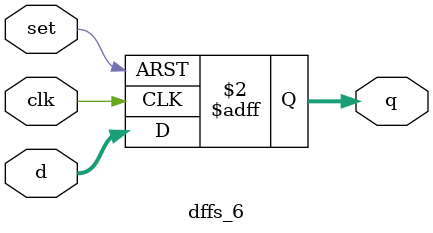
<source format=v>
module dffs_6 ( clk, set, d, q );
    input clk;
    input set;
    input [5:0] d;
    output [5:0] q;
    reg [5:0] q;

    always @(posedge clk or posedge set) begin
        if (set) begin
            q <= 6'b111111;
        end else begin
            q <= d;
        end
    end
endmodule
</source>
